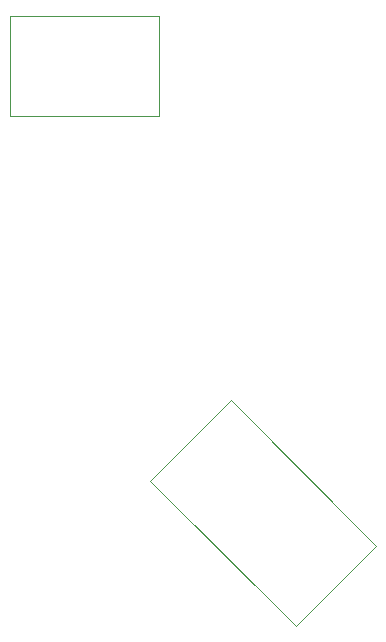
<source format=gbr>
%TF.GenerationSoftware,Altium Limited,Altium Designer,23.3.1 (30)*%
G04 Layer_Color=32768*
%FSLAX45Y45*%
%MOMM*%
%TF.SameCoordinates,9B08417B-AAB0-44DC-96C9-EC8FD7F4D7BA*%
%TF.FilePolarity,Positive*%
%TF.FileFunction,Other,Mechanical_15*%
%TF.Part,Single*%
G01*
G75*
%TA.AperFunction,NonConductor*%
%ADD50C,0.10000*%
D50*
X4347400Y5041574D02*
Y5891574D01*
Y5041574D02*
X5609400Y5041574D01*
X5609400Y5891574D01*
X4347400Y5891574D02*
X5609400Y5891574D01*
X6216615Y2635293D02*
X7448041Y1403866D01*
X6767098Y722922D02*
X7448041Y1403866D01*
X5535670Y1954349D02*
X6767098Y722922D01*
X5535670Y1954349D02*
X6216615Y2635293D01*
%TF.MD5,f2d8ce34f13131ef5d906fdba1885eb1*%
M02*

</source>
